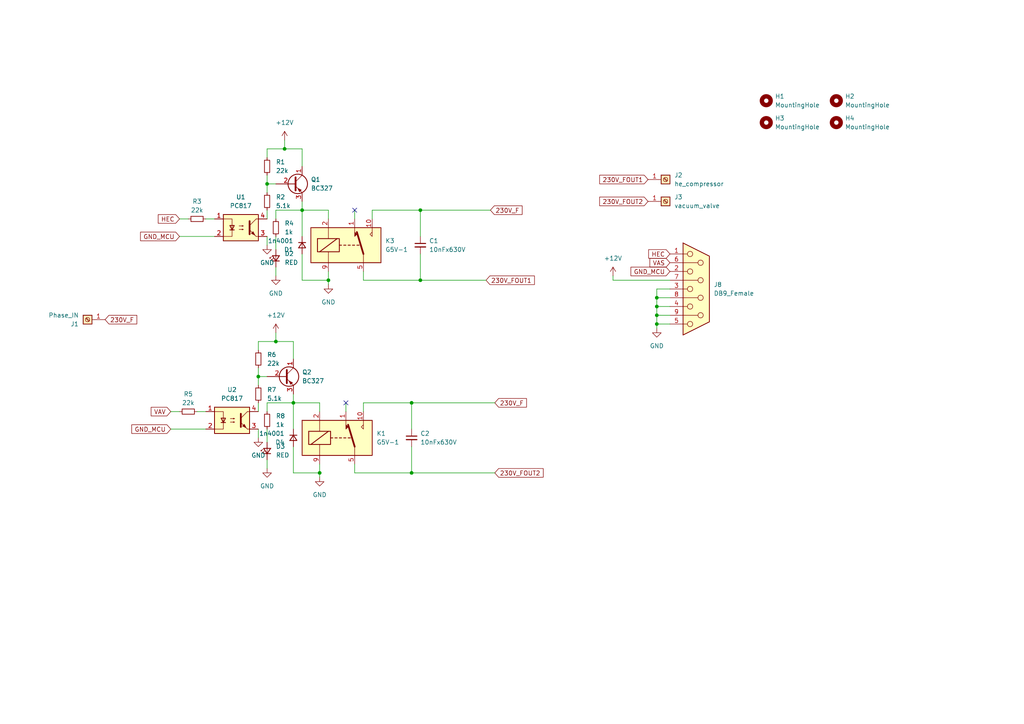
<source format=kicad_sch>
(kicad_sch (version 20230121) (generator eeschema)
  (paper "A4")
  (lib_symbols
    (symbol "Connector:Screw_Terminal_01x01" (pin_names (offset 1.016) hide)
      (property "Reference" "J" (at 0 2.54 0))
      (property "Value" "Screw_Terminal_01x01" (at 0 -2.54 0))
      (symbol "Screw_Terminal_01x01_1_1"
        (rectangle (start -1.27 1.27) (end 1.27 -1.27) (stroke (width 0.254)) (fill (type background)))
        (polyline (pts (xy -0.5334 0.3302) (xy 0.3302 -0.508)) (stroke (width 0.1524)))
        (polyline (pts (xy -0.3556 0.508) (xy 0.508 -0.3302)) (stroke (width 0.1524)))
        (circle (center 0 0) (radius 0.635) (stroke (width 0.1524)))
        (pin passive line (at -5.08 0 0) (length 3.81) (name "Pin_1") (number "1"))
      )
    )
    (symbol "Connector_self:DB9_Female" (pin_names (offset 1.016) hide)
      (property "Reference" "J" (at 0 13.97 0))
      (property "Value" "DB9_Female" (at 0 -14.605 0))
      (symbol "DB9_Female_0_1"
        (circle (center -1.778 -10.16) (radius 0.762))
        (circle (center -1.778 -5.08) (radius 0.762))
        (circle (center -1.778 0) (radius 0.762))
        (circle (center -1.778 5.08) (radius 0.762))
        (circle (center -1.778 10.16) (radius 0.762))
        (polyline (pts (xy -3.81 -10.16) (xy -2.54 -10.16)))
        (polyline (pts (xy -3.81 -7.62) (xy 0.508 -7.62)))
        (polyline (pts (xy -3.81 -5.08) (xy -2.54 -5.08)))
        (polyline (pts (xy -3.81 -2.54) (xy 0.508 -2.54)))
        (polyline (pts (xy -3.81 0) (xy -2.54 0)))
        (polyline (pts (xy -3.81 2.54) (xy 0.508 2.54)))
        (polyline (pts (xy -3.81 5.08) (xy -2.54 5.08)))
        (polyline (pts (xy -3.81 7.62) (xy 0.508 7.62)))
        (polyline (pts (xy -3.81 10.16) (xy -2.54 10.16)))
        (polyline (pts (xy -3.81 13.335) (xy -3.81 -13.335) (xy 3.81 -9.525) (xy 3.81 9.525) (xy -3.81 13.335)) (stroke (width 0.254)) (fill (type background)))
        (circle (center 1.27 -7.62) (radius 0.762))
        (circle (center 1.27 -2.54) (radius 0.762))
        (circle (center 1.27 2.54) (radius 0.762))
        (circle (center 1.27 7.62) (radius 0.762))
      )
      (symbol "DB9_Female_1_1"
        (pin passive line (at -7.62 10.16 0) (length 3.81) (name "1") (number "1"))
        (pin passive line (at -7.62 5.08 0) (length 3.81) (name "2") (number "2"))
        (pin passive line (at -7.62 0 0) (length 3.81) (name "3") (number "3"))
        (pin passive line (at -7.62 -5.08 0) (length 3.81) (name "4") (number "4"))
        (pin passive line (at -7.62 -10.16 0) (length 3.81) (name "5") (number "5"))
        (pin passive line (at -7.62 7.62 0) (length 3.81) (name "6") (number "6"))
        (pin passive line (at -7.62 2.54 0) (length 3.81) (name "7") (number "7"))
        (pin passive line (at -7.62 -2.54 0) (length 3.81) (name "8") (number "8"))
        (pin passive line (at -7.62 -7.62 0) (length 3.81) (name "9") (number "9"))
      )
    )
    (symbol "Device:C_Small" (pin_numbers hide) (pin_names (offset 0.254) hide)
      (property "Reference" "C" (at 0.254 1.778 0))
      (property "Value" "C_Small" (at 0.254 -2.032 0))
      (symbol "C_Small_0_1"
        (polyline (pts (xy -1.524 -0.508) (xy 1.524 -0.508)) (stroke (width 0.3302)))
        (polyline (pts (xy -1.524 0.508) (xy 1.524 0.508)) (stroke (width 0.3048)))
      )
      (symbol "C_Small_1_1"
        (pin passive line (at 0 2.54 270) (length 2.032) (name "~") (number "1"))
        (pin passive line (at 0 -2.54 90) (length 2.032) (name "~") (number "2"))
      )
    )
    (symbol "Device:D_Small" (pin_numbers hide) (pin_names (offset 0.254) hide)
      (property "Reference" "D" (at -1.27 2.032 0))
      (property "Value" "D_Small" (at -3.81 -2.032 0))
      (symbol "D_Small_0_1"
        (polyline (pts (xy -0.762 -1.016) (xy -0.762 1.016)) (stroke (width 0.254)))
        (polyline (pts (xy -0.762 0) (xy 0.762 0)))
        (polyline (pts (xy 0.762 -1.016) (xy -0.762 0) (xy 0.762 1.016) (xy 0.762 -1.016)) (stroke (width 0.254)))
      )
      (symbol "D_Small_1_1"
        (pin passive line (at -2.54 0 0) (length 1.778) (name "K") (number "1"))
        (pin passive line (at 2.54 0 180) (length 1.778) (name "A") (number "2"))
      )
    )
    (symbol "Device:LED_Small" (pin_numbers hide) (pin_names (offset 0.254) hide)
      (property "Reference" "D" (at -1.27 3.175 0))
      (property "Value" "LED_Small" (at -4.445 -2.54 0))
      (symbol "LED_Small_0_1"
        (polyline (pts (xy -0.762 -1.016) (xy -0.762 1.016)) (stroke (width 0.254)))
        (polyline (pts (xy 1.016 0) (xy -0.762 0)))
        (polyline (pts (xy 0.762 -1.016) (xy -0.762 0) (xy 0.762 1.016) (xy 0.762 -1.016)) (stroke (width 0.254)))
        (polyline (pts (xy 0 0.762) (xy -0.508 1.27) (xy -0.254 1.27) (xy -0.508 1.27) (xy -0.508 1.016)))
        (polyline (pts (xy 0.508 1.27) (xy 0 1.778) (xy 0.254 1.778) (xy 0 1.778) (xy 0 1.524)))
      )
      (symbol "LED_Small_1_1"
        (pin passive line (at -2.54 0 0) (length 1.778) (name "K") (number "1"))
        (pin passive line (at 2.54 0 180) (length 1.778) (name "A") (number "2"))
      )
    )
    (symbol "Device:R_Small" (pin_numbers hide) (pin_names (offset 0.254) hide)
      (property "Reference" "R" (at 0.762 0.508 0))
      (property "Value" "R_Small" (at 0.762 -1.016 0))
      (symbol "R_Small_0_1"
        (rectangle (start -0.762 1.778) (end 0.762 -1.778) (stroke (width 0.2032)))
      )
      (symbol "R_Small_1_1"
        (pin passive line (at 0 2.54 270) (length 0.762) (name "~") (number "1"))
        (pin passive line (at 0 -2.54 90) (length 0.762) (name "~") (number "2"))
      )
    )
    (symbol "Isolator:EL817" (pin_names (offset 1.016))
      (property "Reference" "U" (at -5.08 5.08 0))
      (property "Value" "EL817" (at 0 5.08 0))
      (symbol "EL817_0_1"
        (rectangle (start -5.08 3.81) (end 5.08 -3.81) (stroke (width 0.254)) (fill (type background)))
        (polyline (pts (xy -3.175 -0.635) (xy -1.905 -0.635)) (stroke (width 0.254)))
        (polyline (pts (xy 2.54 0.635) (xy 4.445 2.54)))
        (polyline (pts (xy 4.445 -2.54) (xy 2.54 -0.635)) (fill (type outline)))
        (polyline (pts (xy 4.445 -2.54) (xy 5.08 -2.54)))
        (polyline (pts (xy 4.445 2.54) (xy 5.08 2.54)))
        (polyline (pts (xy -5.08 2.54) (xy -2.54 2.54) (xy -2.54 -0.635)))
        (polyline (pts (xy -2.54 -0.635) (xy -2.54 -2.54) (xy -5.08 -2.54)))
        (polyline (pts (xy 2.54 1.905) (xy 2.54 -1.905) (xy 2.54 -1.905)) (stroke (width 0.508)))
        (polyline (pts (xy -2.54 -0.635) (xy -3.175 0.635) (xy -1.905 0.635) (xy -2.54 -0.635)) (stroke (width 0.254)))
        (polyline (pts (xy -0.508 -0.508) (xy 0.762 -0.508) (xy 0.381 -0.635) (xy 0.381 -0.381) (xy 0.762 -0.508)))
        (polyline (pts (xy -0.508 0.508) (xy 0.762 0.508) (xy 0.381 0.381) (xy 0.381 0.635) (xy 0.762 0.508)))
        (polyline (pts (xy 3.048 -1.651) (xy 3.556 -1.143) (xy 4.064 -2.159) (xy 3.048 -1.651) (xy 3.048 -1.651)) (fill (type outline)))
      )
      (symbol "EL817_1_1"
        (pin passive line (at -7.62 2.54 0) (length 2.54) (name "~") (number "1"))
        (pin passive line (at -7.62 -2.54 0) (length 2.54) (name "~") (number "2"))
        (pin passive line (at 7.62 -2.54 180) (length 2.54) (name "~") (number "3"))
        (pin passive line (at 7.62 2.54 180) (length 2.54) (name "~") (number "4"))
      )
    )
    (symbol "Mechanical:MountingHole" (pin_names (offset 1.016))
      (property "Reference" "H" (at 0 5.08 0))
      (property "Value" "MountingHole" (at 0 3.175 0))
      (symbol "MountingHole_0_1"
        (circle (center 0 0) (radius 1.27) (stroke (width 1.27)))
      )
    )
    (symbol "Relay:G5V-1"
      (property "Reference" "K" (at 11.43 3.81 0))
      (property "Value" "G5V-1" (at 11.43 1.27 0))
      (symbol "G5V-1_0_0"
        (polyline (pts (xy 7.62 5.08) (xy 7.62 2.54) (xy 6.985 3.175) (xy 7.62 3.81)))
      )
      (symbol "G5V-1_0_1"
        (rectangle (start -10.16 5.08) (end 10.16 -5.08) (stroke (width 0.254)) (fill (type background)))
        (rectangle (start -8.255 1.905) (end -1.905 -1.905) (stroke (width 0.254)))
        (polyline (pts (xy -7.62 -1.905) (xy -2.54 1.905)) (stroke (width 0.254)))
        (polyline (pts (xy -5.08 -5.08) (xy -5.08 -1.905)))
        (polyline (pts (xy -5.08 5.08) (xy -5.08 1.905)))
        (polyline (pts (xy -1.905 0) (xy -1.27 0)) (stroke (width 0.254)))
        (polyline (pts (xy -0.635 0) (xy 0 0)) (stroke (width 0.254)))
        (polyline (pts (xy 0.635 0) (xy 1.27 0)) (stroke (width 0.254)))
        (polyline (pts (xy 1.905 0) (xy 2.54 0)) (stroke (width 0.254)))
        (polyline (pts (xy 3.175 0) (xy 3.81 0)) (stroke (width 0.254)))
        (polyline (pts (xy 5.08 -2.54) (xy 3.175 3.81)) (stroke (width 0.508)))
        (polyline (pts (xy 5.08 -2.54) (xy 5.08 -5.08)))
        (polyline (pts (xy 2.54 5.08) (xy 2.54 2.54) (xy 3.175 3.175) (xy 2.54 3.81)) (fill (type outline)))
      )
      (symbol "G5V-1_1_1"
        (pin passive line (at 2.54 7.62 270) (length 2.54) (name "~") (number "1"))
        (pin passive line (at 7.62 7.62 270) (length 2.54) (name "~") (number "10"))
        (pin passive line (at -5.08 7.62 270) (length 2.54) (name "~") (number "2"))
        (pin passive line (at 5.08 -7.62 90) (length 2.54) (name "~") (number "5"))
        (pin passive line (at 5.08 -7.62 90) (length 2.54) hide (name "~") (number "6"))
        (pin passive line (at -5.08 -7.62 90) (length 2.54) (name "~") (number "9"))
      )
    )
    (symbol "Transistor_BJT:BC327" (pin_names (offset 0) hide)
      (property "Reference" "Q" (at 5.08 1.905 0))
      (property "Value" "BC327" (at 5.08 0 0))
      (symbol "BC327_0_1"
        (polyline (pts (xy 0.635 0.635) (xy 2.54 2.54)))
        (polyline (pts (xy 0.635 -0.635) (xy 2.54 -2.54) (xy 2.54 -2.54)))
        (polyline (pts (xy 0.635 1.905) (xy 0.635 -1.905) (xy 0.635 -1.905)) (stroke (width 0.508)))
        (polyline (pts (xy 2.286 -1.778) (xy 1.778 -2.286) (xy 1.27 -1.27) (xy 2.286 -1.778) (xy 2.286 -1.778)) (fill (type outline)))
        (circle (center 1.27 0) (radius 2.8194) (stroke (width 0.254)))
      )
      (symbol "BC327_1_1"
        (pin passive line (at 2.54 5.08 270) (length 2.54) (name "C") (number "1"))
        (pin input line (at -5.08 0 0) (length 5.715) (name "B") (number "2"))
        (pin passive line (at 2.54 -5.08 90) (length 2.54) (name "E") (number "3"))
      )
    )
    (symbol "power:+12V" (power) (pin_names (offset 0))
      (property "Value" "+12V" (at 0 3.556 0))
      (symbol "+12V_0_1"
        (polyline (pts (xy -0.762 1.27) (xy 0 2.54)))
        (polyline (pts (xy 0 0) (xy 0 2.54)))
        (polyline (pts (xy 0 2.54) (xy 0.762 1.27)))
      )
      (symbol "+12V_1_1"
        (pin power_in line (at 0 0 90) (length 0) hide (name "+12V") (number "1"))
      )
    )
    (symbol "power:GND" (power) (pin_names (offset 0))
      (property "Value" "GND" (at 0 -3.81 0))
      (symbol "GND_0_1"
        (polyline (pts (xy 0 0) (xy 0 -1.27) (xy 1.27 -1.27) (xy 0 -2.54) (xy -1.27 -1.27) (xy 0 -1.27)))
      )
      (symbol "GND_1_1"
        (pin power_in line (at 0 0 270) (length 0) hide (name "GND") (number "1"))
      )
    )
  )
  (junction (at 119.38 116.84))
  (junction (at 85.09 116.84))
  (junction (at 121.92 60.96))
  (junction (at 190.5 93.98))
  (junction (at 82.55 43.18))
  (junction (at 190.5 88.9))
  (junction (at 87.63 60.96))
  (junction (at 74.93 109.22))
  (junction (at 119.38 137.16))
  (junction (at 121.92 81.28))
  (junction (at 92.71 137.16))
  (junction (at 80.01 99.06))
  (junction (at 77.47 53.34))
  (junction (at 190.5 86.36))
  (junction (at 95.25 81.28))
  (junction (at 190.5 91.44))
  (no_connect (at 102.87 60.96))
  (no_connect (at 100.33 116.84))
  (wire (pts (xy 77.47 53.34) (xy 77.47 55.88)))
  (wire (pts (xy 102.87 137.16) (xy 119.38 137.16)))
  (wire (pts (xy 77.47 43.18) (xy 82.55 43.18)))
  (wire (pts (xy 95.25 60.96) (xy 95.25 63.5)))
  (wire (pts (xy 190.5 86.36) (xy 190.5 88.9)))
  (wire (pts (xy 77.47 133.35) (xy 77.47 135.89)))
  (wire (pts (xy 177.8 81.28) (xy 177.8 80.01)))
  (wire (pts (xy 85.09 137.16) (xy 85.09 129.54)))
  (wire (pts (xy 85.09 99.06) (xy 85.09 104.14)))
  (wire (pts (xy 85.09 116.84) (xy 85.09 124.46)))
  (wire (pts (xy 119.38 116.84) (xy 119.38 124.46)))
  (wire (pts (xy 190.5 91.44) (xy 190.5 93.98)))
  (wire (pts (xy 82.55 40.64) (xy 82.55 43.18)))
  (wire (pts (xy 87.63 60.96) (xy 87.63 68.58)))
  (wire (pts (xy 119.38 137.16) (xy 143.51 137.16)))
  (wire (pts (xy 80.01 96.52) (xy 80.01 99.06)))
  (wire (pts (xy 52.07 63.5) (xy 54.61 63.5)))
  (wire (pts (xy 105.41 116.84) (xy 105.41 119.38)))
  (wire (pts (xy 121.92 60.96) (xy 107.95 60.96)))
  (wire (pts (xy 77.47 109.22) (xy 74.93 109.22)))
  (wire (pts (xy 59.69 63.5) (xy 62.23 63.5)))
  (wire (pts (xy 74.93 109.22) (xy 74.93 111.76)))
  (wire (pts (xy 92.71 137.16) (xy 92.71 138.43)))
  (wire (pts (xy 85.09 116.84) (xy 92.71 116.84)))
  (wire (pts (xy 194.31 93.98) (xy 190.5 93.98)))
  (wire (pts (xy 74.93 99.06) (xy 80.01 99.06)))
  (wire (pts (xy 49.53 124.46) (xy 59.69 124.46)))
  (wire (pts (xy 119.38 137.16) (xy 119.38 129.54)))
  (wire (pts (xy 119.38 116.84) (xy 105.41 116.84)))
  (wire (pts (xy 80.01 99.06) (xy 85.09 99.06)))
  (wire (pts (xy 87.63 60.96) (xy 95.25 60.96)))
  (wire (pts (xy 77.47 45.72) (xy 77.47 43.18)))
  (wire (pts (xy 105.41 78.74) (xy 105.41 81.28)))
  (wire (pts (xy 92.71 134.62) (xy 92.71 137.16)))
  (wire (pts (xy 80.01 77.47) (xy 80.01 80.01)))
  (wire (pts (xy 87.63 43.18) (xy 87.63 48.26)))
  (wire (pts (xy 77.47 68.58) (xy 77.47 71.12)))
  (wire (pts (xy 77.47 50.8) (xy 77.47 53.34)))
  (wire (pts (xy 105.41 81.28) (xy 121.92 81.28)))
  (wire (pts (xy 121.92 81.28) (xy 121.92 73.66)))
  (wire (pts (xy 74.93 106.68) (xy 74.93 109.22)))
  (wire (pts (xy 119.38 116.84) (xy 143.51 116.84)))
  (wire (pts (xy 194.31 88.9) (xy 190.5 88.9)))
  (wire (pts (xy 107.95 60.96) (xy 107.95 63.5)))
  (wire (pts (xy 92.71 137.16) (xy 85.09 137.16)))
  (wire (pts (xy 80.01 68.58) (xy 80.01 72.39)))
  (wire (pts (xy 194.31 83.82) (xy 190.5 83.82)))
  (wire (pts (xy 77.47 60.96) (xy 77.47 63.5)))
  (wire (pts (xy 49.53 119.38) (xy 52.07 119.38)))
  (wire (pts (xy 190.5 88.9) (xy 190.5 91.44)))
  (wire (pts (xy 74.93 124.46) (xy 74.93 127)))
  (wire (pts (xy 121.92 81.28) (xy 140.97 81.28)))
  (wire (pts (xy 95.25 78.74) (xy 95.25 81.28)))
  (wire (pts (xy 194.31 91.44) (xy 190.5 91.44)))
  (wire (pts (xy 52.07 68.58) (xy 62.23 68.58)))
  (wire (pts (xy 92.71 116.84) (xy 92.71 119.38)))
  (wire (pts (xy 77.47 124.46) (xy 77.47 128.27)))
  (wire (pts (xy 74.93 116.84) (xy 74.93 119.38)))
  (wire (pts (xy 102.87 60.96) (xy 102.87 63.5)))
  (wire (pts (xy 102.87 134.62) (xy 102.87 137.16)))
  (wire (pts (xy 190.5 83.82) (xy 190.5 86.36)))
  (wire (pts (xy 194.31 81.28) (xy 177.8 81.28)))
  (wire (pts (xy 87.63 81.28) (xy 87.63 73.66)))
  (wire (pts (xy 87.63 58.42) (xy 87.63 60.96)))
  (wire (pts (xy 95.25 81.28) (xy 87.63 81.28)))
  (wire (pts (xy 85.09 114.3) (xy 85.09 116.84)))
  (wire (pts (xy 85.09 116.84) (xy 77.47 116.84)))
  (wire (pts (xy 87.63 60.96) (xy 80.01 60.96)))
  (wire (pts (xy 82.55 43.18) (xy 87.63 43.18)))
  (wire (pts (xy 194.31 86.36) (xy 190.5 86.36)))
  (wire (pts (xy 77.47 116.84) (xy 77.47 119.38)))
  (wire (pts (xy 121.92 60.96) (xy 121.92 68.58)))
  (wire (pts (xy 80.01 53.34) (xy 77.47 53.34)))
  (wire (pts (xy 190.5 93.98) (xy 190.5 95.25)))
  (wire (pts (xy 80.01 60.96) (xy 80.01 63.5)))
  (wire (pts (xy 57.15 119.38) (xy 59.69 119.38)))
  (wire (pts (xy 121.92 60.96) (xy 142.24 60.96)))
  (wire (pts (xy 100.33 116.84) (xy 100.33 119.38)))
  (wire (pts (xy 95.25 81.28) (xy 95.25 82.55)))
  (wire (pts (xy 74.93 101.6) (xy 74.93 99.06)))
  (global_label "GND_MCU" (shape input) (at 52.07 68.58 180) (property "Intersheetrefs" "${INTERSHEET_REFS}" (effects hide)))
  (global_label "GND_MCU" (shape input) (at 194.31 78.74 180) (property "Intersheetrefs" "${INTERSHEET_REFS}" (effects hide)))
  (global_label "230V_F" (shape input) (at 143.51 116.84 0) (property "Intersheetrefs" "${INTERSHEET_REFS}" (effects hide)))
  (global_label "VAS" (shape input) (at 194.31 76.2 180) (property "Intersheetrefs" "${INTERSHEET_REFS}" (effects hide)))
  (global_label "230V_F" (shape input) (at 142.24 60.96 0) (property "Intersheetrefs" "${INTERSHEET_REFS}" (effects hide)))
  (global_label "HEC" (shape input) (at 194.31 73.66 180) (property "Intersheetrefs" "${INTERSHEET_REFS}" (effects hide)))
  (global_label "VAV" (shape input) (at 49.53 119.38 180) (property "Intersheetrefs" "${INTERSHEET_REFS}" (effects hide)))
  (global_label "230V_FOUT1" (shape input) (at 140.97 81.28 0) (property "Intersheetrefs" "${INTERSHEET_REFS}" (effects hide)))
  (global_label "230V_FOUT1" (shape input) (at 187.96 52.07 180) (property "Intersheetrefs" "${INTERSHEET_REFS}" (effects hide)))
  (global_label "HEC" (shape input) (at 52.07 63.5 180) (property "Intersheetrefs" "${INTERSHEET_REFS}" (effects hide)))
  (global_label "230V_F" (shape input) (at 30.48 92.71 0) (property "Intersheetrefs" "${INTERSHEET_REFS}" (effects hide)))
  (global_label "GND_MCU" (shape input) (at 49.53 124.46 180) (property "Intersheetrefs" "${INTERSHEET_REFS}" (effects hide)))
  (global_label "230V_FOUT2" (shape input) (at 187.96 58.42 180) (property "Intersheetrefs" "${INTERSHEET_REFS}" (effects hide)))
  (global_label "230V_FOUT2" (shape input) (at 143.51 137.16 0) (property "Intersheetrefs" "${INTERSHEET_REFS}" (effects hide)))
  (symbol (lib_id "Device:R_Small") (at 57.15 63.5 90) (unit 1)
    (property "Reference" "R3" (at 57.15 58.42 90))
    (property "Value" "22k" (at 57.15 60.96 90))
    (property "Footprint" "Resistor_SMD:R_1206_3216Metric" (effects hide))
  )
  (symbol (lib_id "Device:LED_Small") (at 77.47 130.81 90) (unit 1)
    (property "Reference" "D3" (at 80.01 129.4765 90) (effects (justify right)))
    (property "Value" "RED" (at 80.01 132.0165 90) (effects (justify right)))
  )
  (symbol (lib_id "Connector:Screw_Terminal_01x01") (at 193.04 52.07 0) (unit 1)
    (property "Reference" "J2" (at 195.58 50.8 0) (effects (justify left)))
    (property "Value" "he_compressor" (at 195.58 53.34 0) (effects (justify left)))
  )
  (symbol (lib_id "Device:D_Small") (at 85.09 127 270) (unit 1)
    (property "Reference" "D4" (at 82.55 128.27 90) (effects (justify right)))
    (property "Value" "1n4001" (at 82.55 125.73 90) (effects (justify right)))
    (property "Footprint" "Diode_THT:D_DO-41_SOD81_P7.62mm_Horizontal" (effects hide))
    (property "Sim.Device" "D" (effects hide))
    (property "Sim.Pins" "1=K 2=A" (effects hide))
  )
  (symbol (lib_id "power:GND") (at 77.47 135.89 0) (unit 1)
    (property "Reference" "#PWR08" (effects hide))
    (property "Value" "GND" (at 77.47 140.97 0))
  )
  (symbol (lib_id "power:+12V") (at 177.8 80.01 0) (unit 1)
    (property "Reference" "#PWR011" (effects hide))
    (property "Value" "+12V" (at 177.8 74.93 0))
  )
  (symbol (lib_id "Transistor_BJT:BC327") (at 85.09 53.34 0) (unit 1)
    (property "Reference" "Q1" (at 90.17 52.07 0) (effects (justify left)))
    (property "Value" "BC327" (at 90.17 54.61 0) (effects (justify left)))
    (property "Footprint" "Package_TO_SOT_THT:TO-92_Inline" (effects hide))
    (property "Datasheet" "http://www.onsemi.com/pub_link/Collateral/BC327-D.PDF" (effects hide))
  )
  (symbol (lib_id "power:GND") (at 92.71 138.43 0) (unit 1)
    (property "Reference" "#PWR010" (effects hide))
    (property "Value" "GND" (at 92.71 143.51 0))
  )
  (symbol (lib_id "Isolator:EL817") (at 67.31 121.92 0) (unit 1)
    (property "Reference" "U2" (at 67.31 113.03 0))
    (property "Value" "PC817" (at 67.31 115.57 0))
    (property "Footprint" "Package_DIP:DIP-4_W7.62mm" (effects hide))
    (property "Datasheet" "http://www.everlight.com/file/ProductFile/EL817.pdf" (effects hide))
  )
  (symbol (lib_id "Device:R_Small") (at 74.93 114.3 0) (unit 1)
    (property "Reference" "R7" (at 77.47 113.03 0) (effects (justify left)))
    (property "Value" "5.1k" (at 77.47 115.57 0) (effects (justify left)))
    (property "Footprint" "Resistor_SMD:R_1206_3216Metric" (effects hide))
  )
  (symbol (lib_id "Mechanical:MountingHole") (at 242.57 29.21 0) (unit 1)
    (property "Reference" "H2" (at 245.11 27.94 0) (effects (justify left)))
    (property "Value" "MountingHole" (at 245.11 30.48 0) (effects (justify left)))
    (property "Footprint" "MountingHole:MountingHole_3.2mm_M3" (effects hide))
  )
  (symbol (lib_id "Connector_self:DB9_Female") (at 201.93 83.82 0) (unit 1)
    (property "Reference" "J8" (at 207.01 82.55 0) (effects (justify left)))
    (property "Value" "DB9_Female" (at 207.01 85.09 0) (effects (justify left)))
    (property "Datasheet" " ~" (effects hide))
  )
  (symbol (lib_id "Device:R_Small") (at 74.93 104.14 0) (unit 1)
    (property "Reference" "R6" (at 77.47 102.87 0) (effects (justify left)))
    (property "Value" "22k" (at 77.47 105.41 0) (effects (justify left)))
    (property "Footprint" "Resistor_SMD:R_1206_3216Metric" (effects hide))
  )
  (symbol (lib_id "Device:C_Small") (at 121.92 71.12 0) (unit 1)
    (property "Reference" "C1" (at 124.46 69.8563 0) (effects (justify left)))
    (property "Value" "10nFx630V" (at 124.46 72.3963 0) (effects (justify left)))
    (property "Footprint" "Resistor_SMD:R_1206_3216Metric" (effects hide))
  )
  (symbol (lib_id "Mechanical:MountingHole") (at 222.25 29.21 0) (unit 1)
    (property "Reference" "H1" (at 224.79 27.94 0) (effects (justify left)))
    (property "Value" "MountingHole" (at 224.79 30.48 0) (effects (justify left)))
    (property "Footprint" "MountingHole:MountingHole_3.2mm_M3" (effects hide))
  )
  (symbol (lib_id "power:GND") (at 74.93 127 0) (unit 1)
    (property "Reference" "#PWR07" (effects hide))
    (property "Value" "GND" (at 74.93 132.08 0))
  )
  (symbol (lib_id "power:+12V") (at 80.01 96.52 0) (unit 1)
    (property "Reference" "#PWR09" (effects hide))
    (property "Value" "+12V" (at 80.01 91.44 0))
  )
  (symbol (lib_id "power:+12V") (at 82.55 40.64 0) (unit 1)
    (property "Reference" "#PWR04" (effects hide))
    (property "Value" "+12V" (at 82.55 35.56 0))
  )
  (symbol (lib_id "Mechanical:MountingHole") (at 222.25 35.56 0) (unit 1)
    (property "Reference" "H3" (at 224.79 34.29 0) (effects (justify left)))
    (property "Value" "MountingHole" (at 224.79 36.83 0) (effects (justify left)))
    (property "Footprint" "MountingHole:MountingHole_3.2mm_M3" (effects hide))
  )
  (symbol (lib_id "Transistor_BJT:BC327") (at 82.55 109.22 0) (unit 1)
    (property "Reference" "Q2" (at 87.63 107.95 0) (effects (justify left)))
    (property "Value" "BC327" (at 87.63 110.49 0) (effects (justify left)))
    (property "Footprint" "Package_TO_SOT_THT:TO-92_Inline" (effects hide))
    (property "Datasheet" "http://www.onsemi.com/pub_link/Collateral/BC327-D.PDF" (effects hide))
  )
  (symbol (lib_id "Device:C_Small") (at 119.38 127 0) (unit 1)
    (property "Reference" "C2" (at 121.92 125.7363 0) (effects (justify left)))
    (property "Value" "10nFx630V" (at 121.92 128.2763 0) (effects (justify left)))
    (property "Footprint" "Resistor_SMD:R_1206_3216Metric" (effects hide))
  )
  (symbol (lib_id "Mechanical:MountingHole") (at 242.57 35.56 0) (unit 1)
    (property "Reference" "H4" (at 245.11 34.29 0) (effects (justify left)))
    (property "Value" "MountingHole" (at 245.11 36.83 0) (effects (justify left)))
    (property "Footprint" "MountingHole:MountingHole_3.2mm_M3" (effects hide))
  )
  (symbol (lib_id "Relay:G5V-1") (at 97.79 127 0) (unit 1)
    (property "Reference" "K1" (at 109.22 125.73 0) (effects (justify left)))
    (property "Value" "G5V-1" (at 109.22 128.27 0) (effects (justify left)))
    (property "Footprint" "Relay_THT:Relay_SPDT_Omron_G5V-1" (effects hide))
    (property "Datasheet" "http://omronfs.omron.com/en_US/ecb/products/pdf/en-g5v_1.pdf" (effects hide))
  )
  (symbol (lib_id "Connector:Screw_Terminal_01x01") (at 193.04 58.42 0) (unit 1)
    (property "Reference" "J3" (at 195.58 57.15 0) (effects (justify left)))
    (property "Value" "vacuum_valve" (at 195.58 59.69 0) (effects (justify left)))
  )
  (symbol (lib_id "Device:R_Small") (at 77.47 48.26 0) (unit 1)
    (property "Reference" "R1" (at 80.01 46.99 0) (effects (justify left)))
    (property "Value" "22k" (at 80.01 49.53 0) (effects (justify left)))
    (property "Footprint" "Resistor_SMD:R_1206_3216Metric" (effects hide))
  )
  (symbol (lib_id "Isolator:EL817") (at 69.85 66.04 0) (unit 1)
    (property "Reference" "U1" (at 69.85 57.15 0))
    (property "Value" "PC817" (at 69.85 59.69 0))
    (property "Footprint" "Package_DIP:DIP-4_W7.62mm" (effects hide))
    (property "Datasheet" "http://www.everlight.com/file/ProductFile/EL817.pdf" (effects hide))
  )
  (symbol (lib_id "Relay:G5V-1") (at 100.33 71.12 0) (unit 1)
    (property "Reference" "K3" (at 111.76 69.85 0) (effects (justify left)))
    (property "Value" "G5V-1" (at 111.76 72.39 0) (effects (justify left)))
    (property "Footprint" "Relay_THT:Relay_SPDT_Omron_G5V-1" (effects hide))
    (property "Datasheet" "http://omronfs.omron.com/en_US/ecb/products/pdf/en-g5v_1.pdf" (effects hide))
  )
  (symbol (lib_id "Device:D_Small") (at 87.63 71.12 270) (unit 1)
    (property "Reference" "D1" (at 85.09 72.39 90) (effects (justify right)))
    (property "Value" "1n4001" (at 85.09 69.85 90) (effects (justify right)))
    (property "Footprint" "Diode_THT:D_DO-41_SOD81_P7.62mm_Horizontal" (effects hide))
    (property "Sim.Device" "D" (effects hide))
    (property "Sim.Pins" "1=K 2=A" (effects hide))
  )
  (symbol (lib_id "Device:R_Small") (at 77.47 121.92 0) (unit 1)
    (property "Reference" "R8" (at 80.01 120.65 0) (effects (justify left)))
    (property "Value" "1k" (at 80.01 123.19 0) (effects (justify left)))
    (property "Footprint" "Resistor_SMD:R_1206_3216Metric" (effects hide))
  )
  (symbol (lib_id "Device:R_Small") (at 80.01 66.04 0) (unit 1)
    (property "Reference" "R4" (at 82.55 64.77 0) (effects (justify left)))
    (property "Value" "1k" (at 82.55 67.31 0) (effects (justify left)))
    (property "Footprint" "Resistor_SMD:R_1206_3216Metric" (effects hide))
  )
  (symbol (lib_id "Device:R_Small") (at 77.47 58.42 0) (unit 1)
    (property "Reference" "R2" (at 80.01 57.15 0) (effects (justify left)))
    (property "Value" "5.1k" (at 80.01 59.69 0) (effects (justify left)))
    (property "Footprint" "Resistor_SMD:R_1206_3216Metric" (effects hide))
  )
  (symbol (lib_id "power:GND") (at 95.25 82.55 0) (unit 1)
    (property "Reference" "#PWR01" (effects hide))
    (property "Value" "GND" (at 95.25 87.63 0))
  )
  (symbol (lib_id "power:GND") (at 190.5 95.25 0) (unit 1)
    (property "Reference" "#PWR014" (effects hide))
    (property "Value" "GND" (at 190.5 100.33 0))
  )
  (symbol (lib_id "Connector:Screw_Terminal_01x01") (at 25.4 92.71 180) (unit 1)
    (property "Reference" "J1" (at 22.86 93.98 0) (effects (justify left)))
    (property "Value" "Phase_IN" (at 22.86 91.44 0) (effects (justify left)))
  )
  (symbol (lib_id "power:GND") (at 77.47 71.12 0) (unit 1)
    (property "Reference" "#PWR02" (effects hide))
    (property "Value" "GND" (at 77.47 76.2 0))
  )
  (symbol (lib_id "Device:R_Small") (at 54.61 119.38 90) (unit 1)
    (property "Reference" "R5" (at 54.61 114.3 90))
    (property "Value" "22k" (at 54.61 116.84 90))
    (property "Footprint" "Resistor_SMD:R_1206_3216Metric" (effects hide))
  )
  (symbol (lib_id "power:GND") (at 80.01 80.01 0) (unit 1)
    (property "Reference" "#PWR03" (effects hide))
    (property "Value" "GND" (at 80.01 85.09 0))
  )
  (symbol (lib_id "Device:LED_Small") (at 80.01 74.93 90) (unit 1)
    (property "Reference" "D2" (at 82.55 73.5965 90) (effects (justify right)))
    (property "Value" "RED" (at 82.55 76.1365 90) (effects (justify right)))
  )
)
</source>
